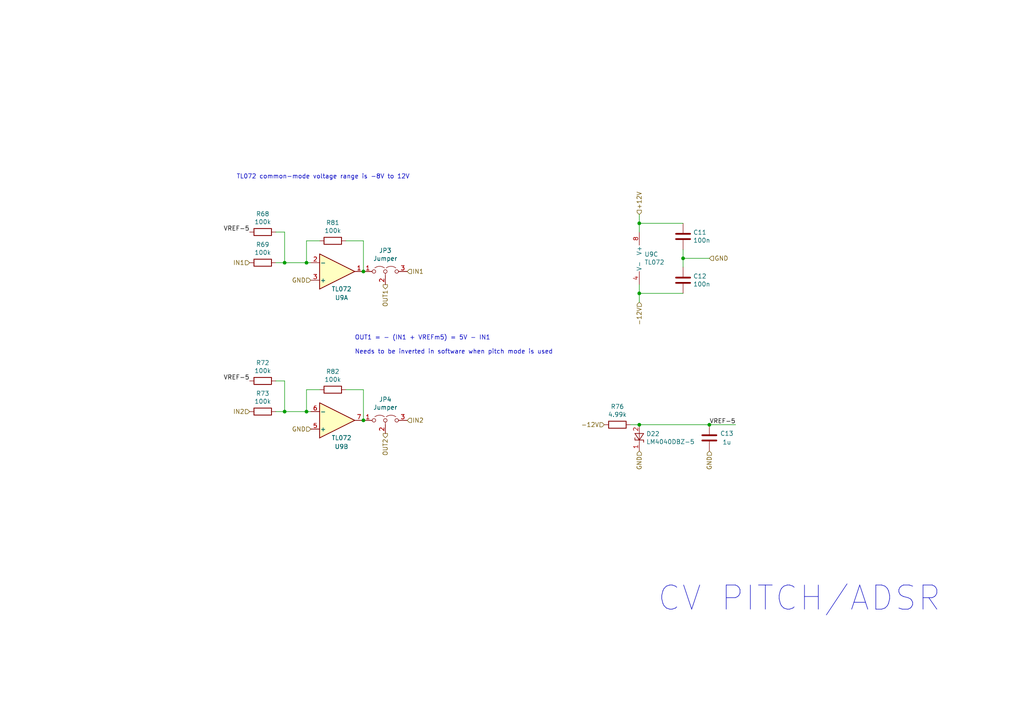
<source format=kicad_sch>
(kicad_sch (version 20211123) (generator eeschema)
  (paper "A4")
  (lib_symbols
    (symbol "Amplifier_Operational:TL072" (pin_names (offset 0.127))
      (property "Reference" "U" (at 0 5.08 0))
      (property "Value" "TL072" (at 0 -5.08 0))
      (symbol "TL072_1_1"
        (polyline (pts (xy -5.08 5.08) (xy 5.08 0) (xy -5.08 -5.08) (xy -5.08 5.08)) (stroke (width 0.254)) (fill (type background)))
        (pin output line (at 7.62 0 180) (length 2.54) (name "~") (number "1"))
        (pin input line (at -7.62 -2.54 0) (length 2.54) (name "-") (number "2"))
        (pin input line (at -7.62 2.54 0) (length 2.54) (name "+") (number "3"))
      )
      (symbol "TL072_2_1"
        (polyline (pts (xy -5.08 5.08) (xy 5.08 0) (xy -5.08 -5.08) (xy -5.08 5.08)) (stroke (width 0.254)) (fill (type background)))
        (pin input line (at -7.62 2.54 0) (length 2.54) (name "+") (number "5"))
        (pin input line (at -7.62 -2.54 0) (length 2.54) (name "-") (number "6"))
        (pin output line (at 7.62 0 180) (length 2.54) (name "~") (number "7"))
      )
      (symbol "TL072_3_1"
        (pin power_in line (at -2.54 -7.62 90) (length 3.81) (name "V-") (number "4"))
        (pin power_in line (at -2.54 7.62 270) (length 3.81) (name "V+") (number "8"))
      )
    )
    (symbol "Device:C" (pin_numbers hide) (pin_names (offset 0.254))
      (property "Reference" "C" (at 0.635 2.54 0))
      (property "Value" "C" (at 0.635 -2.54 0))
      (symbol "C_0_1"
        (polyline (pts (xy -2.032 -0.762) (xy 2.032 -0.762)) (stroke (width 0.508)))
        (polyline (pts (xy -2.032 0.762) (xy 2.032 0.762)) (stroke (width 0.508)))
      )
      (symbol "C_1_1"
        (pin passive line (at 0 3.81 270) (length 2.794) (name "~") (number "1"))
        (pin passive line (at 0 -3.81 90) (length 2.794) (name "~") (number "2"))
      )
    )
    (symbol "Device:R" (pin_numbers hide) (pin_names (offset 0))
      (property "Reference" "R" (at 2.032 0 90))
      (property "Value" "R" (at 0 0 90))
      (symbol "R_0_1"
        (rectangle (start -1.016 -2.54) (end 1.016 2.54) (stroke (width 0.254)))
      )
      (symbol "R_1_1"
        (pin passive line (at 0 3.81 270) (length 1.27) (name "~") (number "1"))
        (pin passive line (at 0 -3.81 90) (length 1.27) (name "~") (number "2"))
      )
    )
    (symbol "Jumper:Jumper_3_Open" (pin_names (offset 0) hide)
      (property "Reference" "JP" (at -2.54 -2.54 0))
      (property "Value" "Jumper_3_Open" (at 0 2.794 0))
      (symbol "Jumper_3_Open_0_0"
        (circle (center -3.302 0) (radius 0.508))
        (circle (center 0 0) (radius 0.508))
        (circle (center 3.302 0) (radius 0.508))
      )
      (symbol "Jumper_3_Open_0_1"
        (arc (start -0.254 1.016) (mid -1.651 1.4992) (end -3.048 1.016))
        (polyline (pts (xy 0 -0.508) (xy 0 -1.27)))
        (arc (start 3.048 1.016) (mid 1.651 1.4992) (end 0.254 1.016))
      )
      (symbol "Jumper_3_Open_1_1"
        (pin passive line (at -6.35 0 0) (length 2.54) (name "A") (number "1"))
        (pin passive line (at 0 -3.81 90) (length 2.54) (name "C") (number "2"))
        (pin passive line (at 6.35 0 180) (length 2.54) (name "B") (number "3"))
      )
    )
    (symbol "Reference_Voltage:LM4040DBZ-5" (pin_names (offset 0.0254) hide)
      (property "Reference" "U" (at 0 2.54 0))
      (property "Value" "LM4040DBZ-5" (at 0 -3.175 0))
      (symbol "LM4040DBZ-5_0_1"
        (polyline (pts (xy -1.27 0) (xy 0 0) (xy 1.27 0)))
        (polyline (pts (xy -1.27 -1.27) (xy 0.635 0) (xy -1.27 1.27) (xy -1.27 -1.27)) (stroke (width 0.2032)))
        (polyline (pts (xy 0 -1.27) (xy 0.635 -1.27) (xy 0.635 1.27) (xy 1.27 1.27)) (stroke (width 0.2032)))
      )
      (symbol "LM4040DBZ-5_1_1"
        (pin passive line (at 3.81 0 180) (length 2.54) (name "K") (number "1"))
        (pin passive line (at -3.81 0 0) (length 2.54) (name "A") (number "2"))
      )
    )
  )
  (junction (at 82.55 76.2))
  (junction (at 82.55 119.38))
  (junction (at 185.42 85.09))
  (junction (at 185.42 64.77))
  (junction (at 105.41 78.74))
  (junction (at 88.9 119.38))
  (junction (at 88.9 76.2))
  (junction (at 198.12 74.93))
  (junction (at 185.42 123.19))
  (junction (at 105.41 121.92))
  (junction (at 205.74 123.19))
  (wire (pts (xy 185.42 85.09) (xy 198.12 85.09)))
  (wire (pts (xy 80.01 119.38) (xy 82.55 119.38)))
  (wire (pts (xy 82.55 119.38) (xy 82.55 110.49)))
  (wire (pts (xy 198.12 74.93) (xy 205.74 74.93)))
  (wire (pts (xy 88.9 119.38) (xy 88.9 113.03)))
  (wire (pts (xy 185.42 82.55) (xy 185.42 85.09)))
  (wire (pts (xy 88.9 119.38) (xy 90.17 119.38)))
  (wire (pts (xy 185.42 85.09) (xy 185.42 87.63)))
  (wire (pts (xy 105.41 113.03) (xy 105.41 121.92)))
  (wire (pts (xy 88.9 76.2) (xy 88.9 69.85)))
  (wire (pts (xy 185.42 64.77) (xy 198.12 64.77)))
  (wire (pts (xy 82.55 76.2) (xy 88.9 76.2)))
  (wire (pts (xy 82.55 67.31) (xy 80.01 67.31)))
  (wire (pts (xy 205.74 123.19) (xy 213.36 123.19)))
  (wire (pts (xy 185.42 64.77) (xy 185.42 67.31)))
  (wire (pts (xy 100.33 69.85) (xy 105.41 69.85)))
  (wire (pts (xy 80.01 76.2) (xy 82.55 76.2)))
  (wire (pts (xy 82.55 119.38) (xy 88.9 119.38)))
  (wire (pts (xy 198.12 74.93) (xy 198.12 77.47)))
  (wire (pts (xy 100.33 113.03) (xy 105.41 113.03)))
  (wire (pts (xy 88.9 69.85) (xy 92.71 69.85)))
  (wire (pts (xy 182.88 123.19) (xy 185.42 123.19)))
  (wire (pts (xy 198.12 72.39) (xy 198.12 74.93)))
  (wire (pts (xy 185.42 62.23) (xy 185.42 64.77)))
  (wire (pts (xy 82.55 110.49) (xy 80.01 110.49)))
  (wire (pts (xy 82.55 76.2) (xy 82.55 67.31)))
  (wire (pts (xy 88.9 113.03) (xy 92.71 113.03)))
  (wire (pts (xy 105.41 69.85) (xy 105.41 78.74)))
  (wire (pts (xy 88.9 76.2) (xy 90.17 76.2)))
  (wire (pts (xy 185.42 123.19) (xy 205.74 123.19)))
  (text "CV PITCH/ADSR" (at 190.5 177.8 0) (effects (font (size 7.0104 7.0104)) (justify left bottom)))
  (text "OUT1 = - (IN1 + VREFm5) = 5V - IN1\n\nNeeds to be inverted in software when pitch mode is used" (at 102.87 102.87 0) (effects (font (size 1.27 1.27)) (justify left bottom)))
  (text "TL072 common-mode voltage range is -8V to 12V" (at 68.58 52.07 0) (effects (font (size 1.27 1.27)) (justify left bottom)))
  (label "VREF-5" (at 213.36 123.19 180))
  (label "VREF-5" (at 72.39 110.49 180))
  (label "VREF-5" (at 72.39 67.31 180))
  (hierarchical_label "+12V" (shape input) (at 185.42 62.23 90))
  (hierarchical_label "IN1" (shape input) (at 72.39 76.2 180))
  (hierarchical_label "IN2" (shape input) (at 72.39 119.38 180))
  (hierarchical_label "-12V" (shape input) (at 175.26 123.19 180))
  (hierarchical_label "-12V" (shape input) (at 185.42 87.63 270))
  (hierarchical_label "GND" (shape input) (at 205.74 130.81 270))
  (hierarchical_label "GND" (shape input) (at 90.17 124.46 180))
  (hierarchical_label "IN2" (shape input) (at 118.11 121.92 0))
  (hierarchical_label "GND" (shape input) (at 90.17 81.28 180))
  (hierarchical_label "GND" (shape input) (at 185.42 130.81 270))
  (hierarchical_label "GND" (shape input) (at 205.74 74.93 0))
  (hierarchical_label "IN1" (shape input) (at 118.11 78.74 0))
  (hierarchical_label "OUT2" (shape output) (at 111.76 125.73 270))
  (hierarchical_label "OUT1" (shape output) (at 111.76 82.55 270))
  (symbol (lib_id "Amplifier_Operational:TL072") (at 97.79 78.74 0) (mirror x) (unit 1)
    (property "Reference" "U9" (at 99.06 86.36 0))
    (property "Value" "TL072" (at 99.06 83.82 0))
    (property "Footprint" "Package_SO:SOIC-8_3.9x4.9mm_P1.27mm" (effects hide))
    (property "Datasheet" "http://www.ti.com/lit/ds/symlink/tl071.pdf" (effects hide))
    (property "Device" "Op Amp" (effects hide))
    (property "Description" "IC OPAMP JFET 2 CIRCUIT 8SOIC" (effects hide))
    (property "Place" "Yes" (effects hide))
    (property "Dist" "Digikey" (effects hide))
    (property "DistPartNumber" "296-1282-1-ND" (effects hide))
    (property "DistLink" "https://www.digikey.de/product-detail/en/texas-instruments/TL072CDR/296-1282-1-ND/404930" (effects hide))
  )
  (symbol (lib_id "Amplifier_Operational:TL072") (at 97.79 121.92 0) (mirror x) (unit 2)
    (property "Reference" "U9" (at 99.06 129.54 0))
    (property "Value" "TL072" (at 99.06 127 0))
    (property "Footprint" "Package_SO:SOIC-8_3.9x4.9mm_P1.27mm" (effects hide))
    (property "Datasheet" "http://www.ti.com/lit/ds/symlink/tl071.pdf" (effects hide))
  )
  (symbol (lib_id "Amplifier_Operational:TL072") (at 187.96 74.93 0) (unit 3)
    (property "Reference" "U9" (at 186.8932 73.7616 0) (effects (justify left)))
    (property "Value" "TL072" (at 186.8932 76.073 0) (effects (justify left)))
    (property "Footprint" "Package_SO:SOIC-8_3.9x4.9mm_P1.27mm" (effects hide))
    (property "Datasheet" "http://www.ti.com/lit/ds/symlink/tl071.pdf" (effects hide))
  )
  (symbol (lib_id "Device:C") (at 198.12 68.58 0) (unit 1)
    (property "Reference" "C11" (at 201.041 67.4116 0) (effects (justify left)))
    (property "Value" "100n" (at 201.041 69.723 0) (effects (justify left)))
    (property "Footprint" "Capacitor_SMD:C_0603_1608Metric" (effects hide))
    (property "Device" "Ceramic Capacitor" (effects hide))
    (property "Description" "CAP CER 0.1UF 25V X7R 0603" (effects hide))
    (property "Place" "Yes" (effects hide))
    (property "Dist" "Digikey" (effects hide))
    (property "DistPartNumber" "478-7018-1-ND" (effects hide))
    (property "DistLink" "https://www.digikey.de/en/products/detail/kyocera-avx/06033C104KAT4A/3247517" (effects hide))
  )
  (symbol (lib_id "Device:C") (at 198.12 81.28 0) (unit 1)
    (property "Reference" "C12" (at 201.041 80.1116 0) (effects (justify left)))
    (property "Value" "100n" (at 201.041 82.423 0) (effects (justify left)))
    (property "Footprint" "Capacitor_SMD:C_0603_1608Metric" (effects hide))
    (property "Device" "Ceramic Capacitor" (effects hide))
    (property "Description" "CAP CER 0.1UF 25V X7R 0603" (effects hide))
    (property "Place" "Yes" (effects hide))
    (property "Dist" "Digikey" (effects hide))
    (property "DistPartNumber" "478-7018-1-ND" (effects hide))
    (property "DistLink" "https://www.digikey.de/en/products/detail/kyocera-avx/06033C104KAT4A/3247517" (effects hide))
  )
  (symbol (lib_id "Device:R") (at 179.07 123.19 270) (unit 1)
    (property "Reference" "R76" (at 179.07 117.9322 90))
    (property "Value" "4.99k" (at 179.07 120.2436 90))
    (property "Footprint" "Resistor_SMD:R_0603_1608Metric" (effects hide))
    (property "Device" "Resistor" (effects hide))
    (property "Description" "RES SMD 4.99K OHM 1% 1/10W 0603" (effects hide))
    (property "Place" "Yes" (effects hide))
    (property "Dist" "Digikey" (effects hide))
    (property "DistPartNumber" "P4.99KHCT-ND" (effects hide))
    (property "DistLink" "https://www.digikey.de/product-detail/en/panasonic-electronic-components/ERJ-3EKF4991V/P4-99KHCT-ND/198373" (effects hide))
  )
  (symbol (lib_id "Reference_Voltage:LM4040DBZ-5") (at 185.42 127 270) (unit 1)
    (property "Reference" "D22" (at 187.4266 125.8316 90) (effects (justify left)))
    (property "Value" "LM4040DBZ-5" (at 187.4266 128.143 90) (effects (justify left)))
    (property "Footprint" "Package_TO_SOT_SMD:SOT-23" (effects hide))
    (property "Datasheet" "http://www.ti.com/lit/ds/symlink/lm4040-n.pdf" (effects hide))
    (property "Device" "Voltage Reference" (effects hide))
    (property "Description" "IC VREF SHUNT 0.2% SOT23-3" (effects hide))
    (property "Place" "Yes" (effects hide))
    (property "Dist" "Digikey" (effects hide))
    (property "DistPartNumber" "LM4040BIM3-5.0/NOPBCT-ND" (effects hide))
    (property "DistLink" "https://www.digikey.de/product-detail/en/texas-instruments/LM4040BIM3-5-0-NOPB/LM4040BIM3-5-0-NOPBCT-ND/212696" (effects hide))
  )
  (symbol (lib_id "Device:C") (at 205.74 127 180) (unit 1)
    (property "Reference" "C13" (at 210.82 125.73 0))
    (property "Value" "1u" (at 210.82 128.27 0))
    (property "Footprint" "Capacitor_SMD:C_0603_1608Metric" (effects hide))
    (property "Device" "Ceramic Capacitor" (effects hide))
    (property "Description" "CAP CER 1UF 35V X7R 0603" (effects hide))
    (property "Place" "Yes" (effects hide))
    (property "Dist" "Digikey" (effects hide))
    (property "DistPartNumber" "445-7414-1-ND" (effects hide))
    (property "DistLink" "https://www.digikey.de/product-detail/en/tdk-corporation/C1608X7R1V105K080AC/445-7414-1-ND/2733486" (effects hide))
  )
  (symbol (lib_id "Device:R") (at 76.2 76.2 270) (unit 1)
    (property "Reference" "R69" (at 76.2 70.9422 90))
    (property "Value" "100k" (at 76.2 73.2536 90))
    (property "Footprint" "Resistor_SMD:R_0603_1608Metric" (effects hide))
    (property "Device" "Resistor" (effects hide))
    (property "Description" "RES SMD 100K OHM 1% 1/10W 0603" (effects hide))
    (property "Place" "Yes" (effects hide))
    (property "Dist" "Digikey" (effects hide))
    (property "DistPartNumber" "541-100KHCT-ND" (effects hide))
    (property "DistLink" "https://www.digikey.de/product-detail/en/vishay-dale/CRCW0603100KFKEA/541-100KHCT-ND/1180038" (effects hide))
  )
  (symbol (lib_id "Device:R") (at 76.2 67.31 270) (unit 1)
    (property "Reference" "R68" (at 76.2 62.0522 90))
    (property "Value" "100k" (at 76.2 64.3636 90))
    (property "Footprint" "Resistor_SMD:R_0603_1608Metric" (effects hide))
    (property "Device" "Resistor" (effects hide))
    (property "Description" "RES SMD 100K OHM 1% 1/10W 0603" (effects hide))
    (property "Place" "Yes" (effects hide))
    (property "Dist" "Digikey" (effects hide))
    (property "DistPartNumber" "541-100KHCT-ND" (effects hide))
    (property "DistLink" "https://www.digikey.de/product-detail/en/vishay-dale/CRCW0603100KFKEA/541-100KHCT-ND/1180038" (effects hide))
  )
  (symbol (lib_id "Jumper:Jumper_3_Open") (at 111.76 78.74 0) (unit 1)
    (property "Reference" "JP3" (at 111.76 72.6694 0))
    (property "Value" "Jumper" (at 111.76 74.9808 0))
    (property "Footprint" "Connector_PinHeader_2.54mm:PinHeader_1x03_P2.54mm_Vertical" (effects hide))
  )
  (symbol (lib_id "Device:R") (at 76.2 119.38 270) (unit 1)
    (property "Reference" "R73" (at 76.2 114.1222 90))
    (property "Value" "100k" (at 76.2 116.4336 90))
    (property "Footprint" "Resistor_SMD:R_0603_1608Metric" (effects hide))
    (property "Device" "Resistor" (effects hide))
    (property "Description" "RES SMD 100K OHM 1% 1/10W 0603" (effects hide))
    (property "Place" "Yes" (effects hide))
    (property "Dist" "Digikey" (effects hide))
    (property "DistPartNumber" "541-100KHCT-ND" (effects hide))
    (property "DistLink" "https://www.digikey.de/product-detail/en/vishay-dale/CRCW0603100KFKEA/541-100KHCT-ND/1180038" (effects hide))
  )
  (symbol (lib_id "Device:R") (at 76.2 110.49 270) (unit 1)
    (property "Reference" "R72" (at 76.2 105.2322 90))
    (property "Value" "100k" (at 76.2 107.5436 90))
    (property "Footprint" "Resistor_SMD:R_0603_1608Metric" (effects hide))
    (property "Device" "Resistor" (effects hide))
    (property "Description" "RES SMD 100K OHM 1% 1/10W 0603" (effects hide))
    (property "Place" "Yes" (effects hide))
    (property "Dist" "Digikey" (effects hide))
    (property "DistPartNumber" "541-100KHCT-ND" (effects hide))
    (property "DistLink" "https://www.digikey.de/product-detail/en/vishay-dale/CRCW0603100KFKEA/541-100KHCT-ND/1180038" (effects hide))
  )
  (symbol (lib_id "Jumper:Jumper_3_Open") (at 111.76 121.92 0) (unit 1)
    (property "Reference" "JP4" (at 111.76 115.8494 0))
    (property "Value" "Jumper" (at 111.76 118.1608 0))
    (property "Footprint" "Connector_PinHeader_2.54mm:PinHeader_1x03_P2.54mm_Vertical" (effects hide))
  )
  (symbol (lib_id "Device:R") (at 96.52 69.85 270) (unit 1)
    (property "Reference" "R81" (at 96.52 64.5922 90))
    (property "Value" "100k" (at 96.52 66.9036 90))
    (property "Footprint" "Resistor_SMD:R_0603_1608Metric" (effects hide))
    (property "Device" "Resistor" (effects hide))
    (property "Description" "RES SMD 100K OHM 1% 1/10W 0603" (effects hide))
    (property "Place" "Yes" (effects hide))
    (property "Dist" "Digikey" (effects hide))
    (property "DistPartNumber" "541-100KHCT-ND" (effects hide))
    (property "DistLink" "https://www.digikey.de/product-detail/en/vishay-dale/CRCW0603100KFKEA/541-100KHCT-ND/1180038" (effects hide))
  )
  (symbol (lib_id "Device:R") (at 96.52 113.03 270) (unit 1)
    (property "Reference" "R82" (at 96.52 107.7722 90))
    (property "Value" "100k" (at 96.52 110.0836 90))
    (property "Footprint" "Resistor_SMD:R_0603_1608Metric" (effects hide))
    (property "Device" "Resistor" (effects hide))
    (property "Description" "RES SMD 100K OHM 1% 1/10W 0603" (effects hide))
    (property "Place" "Yes" (effects hide))
    (property "Dist" "Digikey" (effects hide))
    (property "DistPartNumber" "541-100KHCT-ND" (effects hide))
    (property "DistLink" "https://www.digikey.de/product-detail/en/vishay-dale/CRCW0603100KFKEA/541-100KHCT-ND/1180038" (effects hide))
  )
)
</source>
